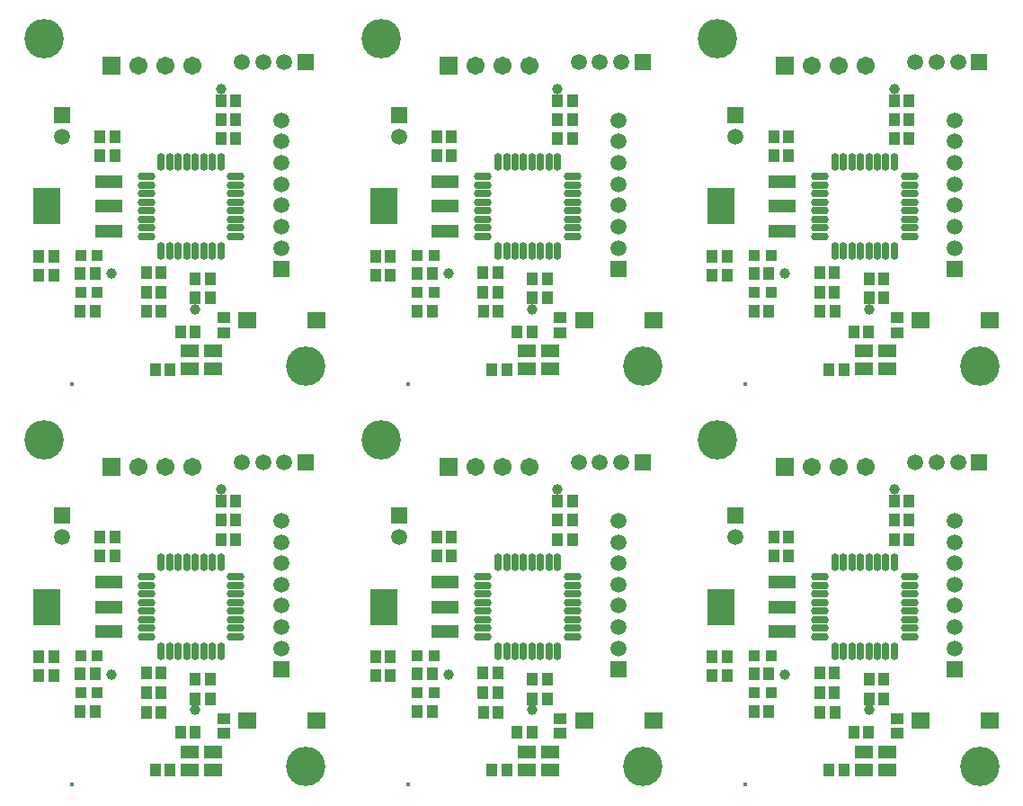
<source format=gts>
G04*
G04 #@! TF.GenerationSoftware,Altium Limited,Altium Designer,22.7.1 (60)*
G04*
G04 Layer_Color=8388736*
%FSTAX24Y24*%
%MOIN*%
G70*
G04*
G04 #@! TF.SameCoordinates,6CD0EBB0-E617-4DF7-9ACC-651BA77C9F88*
G04*
G04*
G04 #@! TF.FilePolarity,Negative*
G04*
G01*
G75*
%ADD38R,0.0395X0.0395*%
%ADD39R,0.0395X0.0454*%
%ADD40R,0.0180X0.0180*%
%ADD41R,0.0671X0.0631*%
%ADD42R,0.0454X0.0395*%
%ADD43R,0.0690X0.0454*%
%ADD44O,0.0297X0.0651*%
%ADD45O,0.0651X0.0297*%
%ADD46R,0.1025X0.1379*%
%ADD47R,0.1025X0.0474*%
%ADD48C,0.0592*%
%ADD49R,0.0592X0.0592*%
%ADD50R,0.0592X0.0592*%
%ADD51C,0.1460*%
%ADD52C,0.0671*%
%ADD53R,0.0671X0.0671*%
%ADD54C,0.0395*%
D38*
X037424Y013763D02*
D03*
X038054D02*
D03*
X037424Y015145D02*
D03*
X038054D02*
D03*
X037424Y0286D02*
D03*
X038054D02*
D03*
X037424Y029982D02*
D03*
X038054D02*
D03*
X024936Y013763D02*
D03*
X025566D02*
D03*
X024936Y015145D02*
D03*
X025566D02*
D03*
X024936Y0286D02*
D03*
X025566D02*
D03*
X024936Y029982D02*
D03*
X025566D02*
D03*
X012449Y013763D02*
D03*
X013079D02*
D03*
X012449Y015145D02*
D03*
X013079D02*
D03*
X012449Y0286D02*
D03*
X013079D02*
D03*
X012449Y029982D02*
D03*
X013079D02*
D03*
D39*
X037972Y014454D02*
D03*
X03742D02*
D03*
X037972Y013072D02*
D03*
X03742D02*
D03*
X038148Y01882D02*
D03*
X038699D02*
D03*
X035872Y015105D02*
D03*
X036423D02*
D03*
X035872Y014395D02*
D03*
X036423D02*
D03*
X038148Y019531D02*
D03*
X038699D02*
D03*
X041679Y012298D02*
D03*
X041128D02*
D03*
X040749Y010897D02*
D03*
X040198D02*
D03*
X041688Y014267D02*
D03*
X042239D02*
D03*
X041688Y013547D02*
D03*
X042239D02*
D03*
X042625Y020868D02*
D03*
X043176D02*
D03*
X042625Y020158D02*
D03*
X043176D02*
D03*
X042625Y019447D02*
D03*
X043176D02*
D03*
X040422Y013047D02*
D03*
X039871D02*
D03*
X040409Y013775D02*
D03*
X039858D02*
D03*
X040409Y014485D02*
D03*
X039858D02*
D03*
X037972Y029291D02*
D03*
X03742D02*
D03*
X037972Y027909D02*
D03*
X03742D02*
D03*
X038148Y033658D02*
D03*
X038699D02*
D03*
X035872Y029943D02*
D03*
X036423D02*
D03*
X035872Y029232D02*
D03*
X036423D02*
D03*
X038148Y034368D02*
D03*
X038699D02*
D03*
X041679Y027135D02*
D03*
X041128D02*
D03*
X040749Y025735D02*
D03*
X040198D02*
D03*
X041688Y029105D02*
D03*
X042239D02*
D03*
X041688Y028385D02*
D03*
X042239D02*
D03*
X042625Y035706D02*
D03*
X043176D02*
D03*
X042625Y034995D02*
D03*
X043176D02*
D03*
X042625Y034285D02*
D03*
X043176D02*
D03*
X040422Y027885D02*
D03*
X039871D02*
D03*
X040409Y028612D02*
D03*
X039858D02*
D03*
X040409Y029323D02*
D03*
X039858D02*
D03*
X025484Y014454D02*
D03*
X024933D02*
D03*
X025484Y013072D02*
D03*
X024933D02*
D03*
X02566Y01882D02*
D03*
X026211D02*
D03*
X023385Y015105D02*
D03*
X023936D02*
D03*
X023385Y014395D02*
D03*
X023936D02*
D03*
X02566Y019531D02*
D03*
X026211D02*
D03*
X029191Y012298D02*
D03*
X02864D02*
D03*
X028261Y010897D02*
D03*
X02771D02*
D03*
X0292Y014267D02*
D03*
X029751D02*
D03*
X0292Y013547D02*
D03*
X029751D02*
D03*
X030137Y020868D02*
D03*
X030689D02*
D03*
X030137Y020158D02*
D03*
X030689D02*
D03*
X030137Y019447D02*
D03*
X030689D02*
D03*
X027934Y013047D02*
D03*
X027383D02*
D03*
X027921Y013775D02*
D03*
X02737D02*
D03*
X027921Y014485D02*
D03*
X02737D02*
D03*
X025484Y029291D02*
D03*
X024933D02*
D03*
X025484Y027909D02*
D03*
X024933D02*
D03*
X02566Y033658D02*
D03*
X026211D02*
D03*
X023385Y029943D02*
D03*
X023936D02*
D03*
X023385Y029232D02*
D03*
X023936D02*
D03*
X02566Y034368D02*
D03*
X026211D02*
D03*
X029191Y027135D02*
D03*
X02864D02*
D03*
X028261Y025735D02*
D03*
X02771D02*
D03*
X0292Y029105D02*
D03*
X029751D02*
D03*
X0292Y028385D02*
D03*
X029751D02*
D03*
X030137Y035706D02*
D03*
X030689D02*
D03*
X030137Y034995D02*
D03*
X030689D02*
D03*
X030137Y034285D02*
D03*
X030689D02*
D03*
X027934Y027885D02*
D03*
X027383D02*
D03*
X027921Y028612D02*
D03*
X02737D02*
D03*
X027921Y029323D02*
D03*
X02737D02*
D03*
X012997Y014454D02*
D03*
X012446D02*
D03*
X012997Y013072D02*
D03*
X012446D02*
D03*
X013173Y01882D02*
D03*
X013724D02*
D03*
X010897Y015105D02*
D03*
X011448D02*
D03*
X010897Y014395D02*
D03*
X011448D02*
D03*
X013173Y019531D02*
D03*
X013724D02*
D03*
X016704Y012298D02*
D03*
X016153D02*
D03*
X015774Y010897D02*
D03*
X015223D02*
D03*
X016713Y014267D02*
D03*
X017264D02*
D03*
X016713Y013547D02*
D03*
X017264D02*
D03*
X01765Y020868D02*
D03*
X018201D02*
D03*
X01765Y020158D02*
D03*
X018201D02*
D03*
X01765Y019447D02*
D03*
X018201D02*
D03*
X015447Y013047D02*
D03*
X014896D02*
D03*
X015434Y013775D02*
D03*
X014883D02*
D03*
X015434Y014485D02*
D03*
X014883D02*
D03*
X012997Y029291D02*
D03*
X012446D02*
D03*
X012997Y027909D02*
D03*
X012446D02*
D03*
X013173Y033658D02*
D03*
X013724D02*
D03*
X010897Y029943D02*
D03*
X011448D02*
D03*
X010897Y029232D02*
D03*
X011448D02*
D03*
X013173Y034368D02*
D03*
X013724D02*
D03*
X016704Y027135D02*
D03*
X016153D02*
D03*
X015774Y025735D02*
D03*
X015223D02*
D03*
X016713Y029105D02*
D03*
X017264D02*
D03*
X016713Y028385D02*
D03*
X017264D02*
D03*
X01765Y035706D02*
D03*
X018201D02*
D03*
X01765Y034995D02*
D03*
X018201D02*
D03*
X01765Y034285D02*
D03*
X018201D02*
D03*
X015447Y027885D02*
D03*
X014896D02*
D03*
X015434Y028612D02*
D03*
X014883D02*
D03*
X015434Y029323D02*
D03*
X014883D02*
D03*
D40*
X037093Y010367D02*
D03*
Y025205D02*
D03*
X024606Y010367D02*
D03*
Y025205D02*
D03*
X012118Y010367D02*
D03*
Y025205D02*
D03*
D41*
X046173Y012727D02*
D03*
X043614D02*
D03*
X046173Y027565D02*
D03*
X043614D02*
D03*
X033685Y012727D02*
D03*
X031126D02*
D03*
X033685Y027565D02*
D03*
X031126D02*
D03*
X021198Y012727D02*
D03*
X018639D02*
D03*
X021198Y027565D02*
D03*
X018639D02*
D03*
D42*
X042733Y012813D02*
D03*
Y012262D02*
D03*
Y027651D02*
D03*
Y027099D02*
D03*
X030246Y012813D02*
D03*
Y012262D02*
D03*
Y027651D02*
D03*
Y027099D02*
D03*
X017758Y012813D02*
D03*
Y012262D02*
D03*
Y027651D02*
D03*
Y027099D02*
D03*
D43*
X04235Y011582D02*
D03*
Y010913D02*
D03*
X041484Y011582D02*
D03*
Y010913D02*
D03*
X04235Y026419D02*
D03*
Y02575D02*
D03*
X041484Y026419D02*
D03*
Y02575D02*
D03*
X029863Y011582D02*
D03*
Y010913D02*
D03*
X028997Y011582D02*
D03*
Y010913D02*
D03*
X029863Y026419D02*
D03*
Y02575D02*
D03*
X028997Y026419D02*
D03*
Y02575D02*
D03*
X017375Y011582D02*
D03*
Y010913D02*
D03*
X016509Y011582D02*
D03*
Y010913D02*
D03*
X017375Y026419D02*
D03*
Y02575D02*
D03*
X016509Y026419D02*
D03*
Y02575D02*
D03*
D44*
X040421Y015284D02*
D03*
X040736D02*
D03*
X041051D02*
D03*
X041366D02*
D03*
X041681D02*
D03*
X041996D02*
D03*
X042311D02*
D03*
X042626D02*
D03*
Y018611D02*
D03*
X042311D02*
D03*
X041996D02*
D03*
X041681D02*
D03*
X041366D02*
D03*
X041051D02*
D03*
X040736D02*
D03*
X040421D02*
D03*
Y030121D02*
D03*
X040736D02*
D03*
X041051D02*
D03*
X041366D02*
D03*
X041681D02*
D03*
X041996D02*
D03*
X042311D02*
D03*
X042626D02*
D03*
Y033448D02*
D03*
X042311D02*
D03*
X041996D02*
D03*
X041681D02*
D03*
X041366D02*
D03*
X041051D02*
D03*
X040736D02*
D03*
X040421D02*
D03*
X027933Y015284D02*
D03*
X028248D02*
D03*
X028563D02*
D03*
X028878D02*
D03*
X029193D02*
D03*
X029508D02*
D03*
X029823D02*
D03*
X030138D02*
D03*
Y018611D02*
D03*
X029823D02*
D03*
X029508D02*
D03*
X029193D02*
D03*
X028878D02*
D03*
X028563D02*
D03*
X028248D02*
D03*
X027933D02*
D03*
Y030121D02*
D03*
X028248D02*
D03*
X028563D02*
D03*
X028878D02*
D03*
X029193D02*
D03*
X029508D02*
D03*
X029823D02*
D03*
X030138D02*
D03*
Y033448D02*
D03*
X029823D02*
D03*
X029508D02*
D03*
X029193D02*
D03*
X028878D02*
D03*
X028563D02*
D03*
X028248D02*
D03*
X027933D02*
D03*
X015446Y015284D02*
D03*
X015761D02*
D03*
X016076D02*
D03*
X016391D02*
D03*
X016706D02*
D03*
X017021D02*
D03*
X017336D02*
D03*
X017651D02*
D03*
Y018611D02*
D03*
X017336D02*
D03*
X017021D02*
D03*
X016706D02*
D03*
X016391D02*
D03*
X016076D02*
D03*
X015761D02*
D03*
X015446D02*
D03*
Y030121D02*
D03*
X015761D02*
D03*
X016076D02*
D03*
X016391D02*
D03*
X016706D02*
D03*
X017021D02*
D03*
X017336D02*
D03*
X017651D02*
D03*
Y033448D02*
D03*
X017336D02*
D03*
X017021D02*
D03*
X016706D02*
D03*
X016391D02*
D03*
X016076D02*
D03*
X015761D02*
D03*
X015446D02*
D03*
D45*
X043187Y015845D02*
D03*
Y01616D02*
D03*
Y016475D02*
D03*
Y01679D02*
D03*
Y017105D02*
D03*
Y01742D02*
D03*
Y017735D02*
D03*
Y01805D02*
D03*
X03986D02*
D03*
Y017735D02*
D03*
Y01742D02*
D03*
Y017105D02*
D03*
Y01679D02*
D03*
Y016475D02*
D03*
Y01616D02*
D03*
Y015845D02*
D03*
X043187Y030682D02*
D03*
Y030997D02*
D03*
Y031312D02*
D03*
Y031627D02*
D03*
Y031942D02*
D03*
Y032257D02*
D03*
Y032572D02*
D03*
Y032887D02*
D03*
X03986D02*
D03*
Y032572D02*
D03*
Y032257D02*
D03*
Y031942D02*
D03*
Y031627D02*
D03*
Y031312D02*
D03*
Y030997D02*
D03*
Y030682D02*
D03*
X030699Y015845D02*
D03*
Y01616D02*
D03*
Y016475D02*
D03*
Y01679D02*
D03*
Y017105D02*
D03*
Y01742D02*
D03*
Y017735D02*
D03*
Y01805D02*
D03*
X027372D02*
D03*
Y017735D02*
D03*
Y01742D02*
D03*
Y017105D02*
D03*
Y01679D02*
D03*
Y016475D02*
D03*
Y01616D02*
D03*
Y015845D02*
D03*
X030699Y030682D02*
D03*
Y030997D02*
D03*
Y031312D02*
D03*
Y031627D02*
D03*
Y031942D02*
D03*
Y032257D02*
D03*
Y032572D02*
D03*
Y032887D02*
D03*
X027372D02*
D03*
Y032572D02*
D03*
Y032257D02*
D03*
Y031942D02*
D03*
Y031627D02*
D03*
Y031312D02*
D03*
Y030997D02*
D03*
Y030682D02*
D03*
X018212Y015845D02*
D03*
Y01616D02*
D03*
Y016475D02*
D03*
Y01679D02*
D03*
Y017105D02*
D03*
Y01742D02*
D03*
Y017735D02*
D03*
Y01805D02*
D03*
X014885D02*
D03*
Y017735D02*
D03*
Y01742D02*
D03*
Y017105D02*
D03*
Y01679D02*
D03*
Y016475D02*
D03*
Y01616D02*
D03*
Y015845D02*
D03*
X018212Y030682D02*
D03*
Y030997D02*
D03*
Y031312D02*
D03*
Y031627D02*
D03*
Y031942D02*
D03*
Y032257D02*
D03*
Y032572D02*
D03*
Y032887D02*
D03*
X014885D02*
D03*
Y032572D02*
D03*
Y032257D02*
D03*
Y031942D02*
D03*
Y031627D02*
D03*
Y031312D02*
D03*
Y030997D02*
D03*
Y030682D02*
D03*
D46*
X036181Y016947D02*
D03*
Y031785D02*
D03*
X023694Y016947D02*
D03*
Y031785D02*
D03*
X011207Y016947D02*
D03*
Y031785D02*
D03*
D47*
X038465Y017853D02*
D03*
Y016947D02*
D03*
Y016042D02*
D03*
Y03269D02*
D03*
Y031785D02*
D03*
Y030879D02*
D03*
X025977Y017853D02*
D03*
Y016947D02*
D03*
Y016042D02*
D03*
Y03269D02*
D03*
Y031785D02*
D03*
Y030879D02*
D03*
X01349Y017853D02*
D03*
Y016947D02*
D03*
Y016042D02*
D03*
Y03269D02*
D03*
Y031785D02*
D03*
Y030879D02*
D03*
D48*
X044989Y022297D02*
D03*
X044201D02*
D03*
X043414D02*
D03*
X044873Y017772D02*
D03*
Y016197D02*
D03*
Y01541D02*
D03*
Y016985D02*
D03*
Y01856D02*
D03*
Y019347D02*
D03*
Y020134D02*
D03*
X036744Y019531D02*
D03*
X044989Y037135D02*
D03*
X044201D02*
D03*
X043414D02*
D03*
X044873Y03261D02*
D03*
Y031035D02*
D03*
Y030247D02*
D03*
Y031822D02*
D03*
Y033397D02*
D03*
Y034184D02*
D03*
Y034972D02*
D03*
X036744Y034368D02*
D03*
X032501Y022297D02*
D03*
X031714D02*
D03*
X030926D02*
D03*
X032386Y017772D02*
D03*
Y016197D02*
D03*
Y01541D02*
D03*
Y016985D02*
D03*
Y01856D02*
D03*
Y019347D02*
D03*
Y020134D02*
D03*
X024256Y019531D02*
D03*
X032501Y037135D02*
D03*
X031714D02*
D03*
X030926D02*
D03*
X032386Y03261D02*
D03*
Y031035D02*
D03*
Y030247D02*
D03*
Y031822D02*
D03*
Y033397D02*
D03*
Y034184D02*
D03*
Y034972D02*
D03*
X024256Y034368D02*
D03*
X020014Y022297D02*
D03*
X019226D02*
D03*
X018439D02*
D03*
X019898Y017772D02*
D03*
Y016197D02*
D03*
Y01541D02*
D03*
Y016985D02*
D03*
Y01856D02*
D03*
Y019347D02*
D03*
Y020134D02*
D03*
X011769Y019531D02*
D03*
X020014Y037135D02*
D03*
X019226D02*
D03*
X018439D02*
D03*
X019898Y03261D02*
D03*
Y031035D02*
D03*
Y030247D02*
D03*
Y031822D02*
D03*
Y033397D02*
D03*
Y034184D02*
D03*
Y034972D02*
D03*
X011769Y034368D02*
D03*
D49*
X045776Y022297D02*
D03*
Y037135D02*
D03*
X033289Y022297D02*
D03*
Y037135D02*
D03*
X020801Y022297D02*
D03*
Y037135D02*
D03*
D50*
X044873Y014623D02*
D03*
X036744Y020318D02*
D03*
X044873Y02946D02*
D03*
X036744Y035155D02*
D03*
X032386Y014623D02*
D03*
X024256Y020318D02*
D03*
X032386Y02946D02*
D03*
X024256Y035155D02*
D03*
X019898Y014623D02*
D03*
X011769Y020318D02*
D03*
X019898Y02946D02*
D03*
X011769Y035155D02*
D03*
D51*
X045783Y011037D02*
D03*
X036073Y023147D02*
D03*
X045783Y025875D02*
D03*
X036073Y037985D02*
D03*
X033296Y011037D02*
D03*
X023586Y023147D02*
D03*
X033296Y025875D02*
D03*
X023586Y037985D02*
D03*
X020808Y011037D02*
D03*
X011098Y023147D02*
D03*
X020808Y025875D02*
D03*
X011098Y037985D02*
D03*
D52*
X039573Y022147D02*
D03*
X040573D02*
D03*
X041573D02*
D03*
X039573Y036985D02*
D03*
X040573D02*
D03*
X041573D02*
D03*
X027086Y022147D02*
D03*
X028086D02*
D03*
X029086D02*
D03*
X027086Y036985D02*
D03*
X028086D02*
D03*
X029086D02*
D03*
X014598Y022147D02*
D03*
X015598D02*
D03*
X016598D02*
D03*
X014598Y036985D02*
D03*
X015598D02*
D03*
X016598D02*
D03*
D53*
X038573Y022147D02*
D03*
Y036985D02*
D03*
X026086Y022147D02*
D03*
Y036985D02*
D03*
X013598Y022147D02*
D03*
Y036985D02*
D03*
D54*
X038573Y014447D02*
D03*
X041688Y013126D02*
D03*
X042623Y021297D02*
D03*
X038573Y029285D02*
D03*
X041688Y027963D02*
D03*
X042623Y036135D02*
D03*
X026086Y014447D02*
D03*
X0292Y013126D02*
D03*
X030136Y021297D02*
D03*
X026086Y029285D02*
D03*
X0292Y027963D02*
D03*
X030136Y036135D02*
D03*
X013598Y014447D02*
D03*
X016713Y013126D02*
D03*
X017648Y021297D02*
D03*
X013598Y029285D02*
D03*
X016713Y027963D02*
D03*
X017648Y036135D02*
D03*
M02*

</source>
